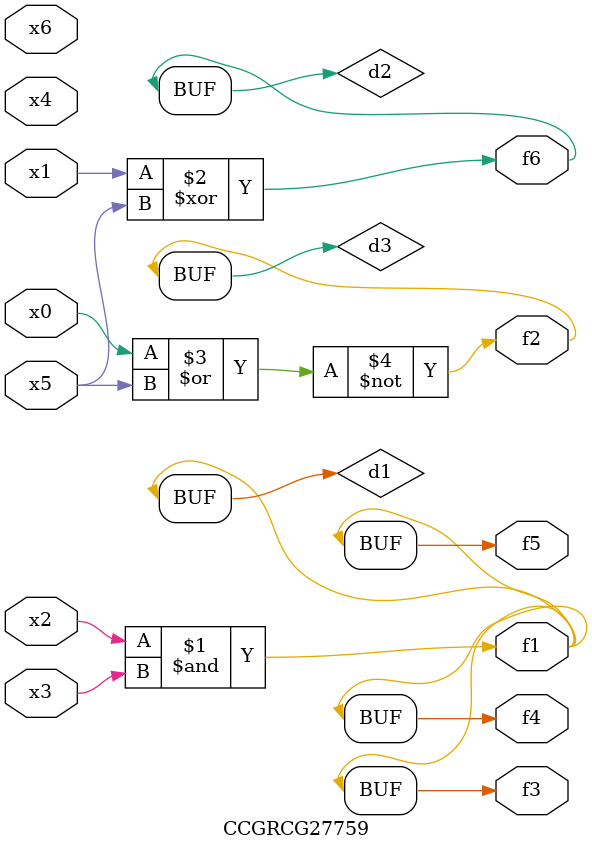
<source format=v>
module CCGRCG27759(
	input x0, x1, x2, x3, x4, x5, x6,
	output f1, f2, f3, f4, f5, f6
);

	wire d1, d2, d3;

	and (d1, x2, x3);
	xor (d2, x1, x5);
	nor (d3, x0, x5);
	assign f1 = d1;
	assign f2 = d3;
	assign f3 = d1;
	assign f4 = d1;
	assign f5 = d1;
	assign f6 = d2;
endmodule

</source>
